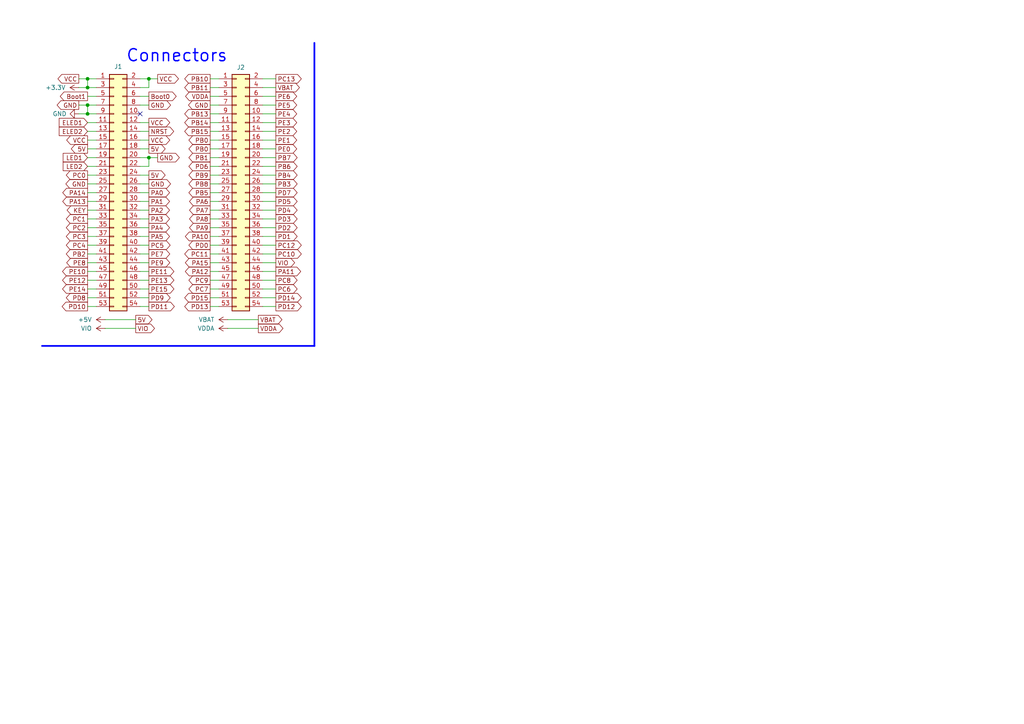
<source format=kicad_sch>
(kicad_sch (version 20250114) (generator "eeschema") (generator_version "9.0")
  (paper "A4")
  (title_block (comment 1 "Manuel Alejandro Baez Ponce"))
  (lib_symbols
    (symbol "Connector_Generic:Conn_02x27_Odd_Even" (pin_names (offset 1.016) (hide yes))
      (property "Reference" "J" (at 1.27 35.56 0))
      (property "Value" "Conn_02x27_Odd_Even" (at 1.27 -35.56 0))
      (symbol "Conn_02x27_Odd_Even_1_1"
        (rectangle (start -1.27 34.29) (end 3.81 -34.29) (stroke (width 0.254)) (fill (type background)))
        (rectangle (start -1.27 33.147) (end 0 32.893) (stroke (width 0.1524)))
        (rectangle (start -1.27 30.607) (end 0 30.353) (stroke (width 0.1524)))
        (rectangle (start -1.27 28.067) (end 0 27.813) (stroke (width 0.1524)))
        (rectangle (start -1.27 25.527) (end 0 25.273) (stroke (width 0.1524)))
        (rectangle (start -1.27 22.987) (end 0 22.733) (stroke (width 0.1524)))
        (rectangle (start -1.27 20.447) (end 0 20.193) (stroke (width 0.1524)))
        (rectangle (start -1.27 17.907) (end 0 17.653) (stroke (width 0.1524)))
        (rectangle (start -1.27 15.367) (end 0 15.113) (stroke (width 0.1524)))
        (rectangle (start -1.27 12.827) (end 0 12.573) (stroke (width 0.1524)))
        (rectangle (start -1.27 10.287) (end 0 10.033) (stroke (width 0.1524)))
        (rectangle (start -1.27 7.747) (end 0 7.493) (stroke (width 0.1524)))
        (rectangle (start -1.27 5.207) (end 0 4.953) (stroke (width 0.1524)))
        (rectangle (start -1.27 2.667) (end 0 2.413) (stroke (width 0.1524)))
        (rectangle (start -1.27 0.127) (end 0 -0.127) (stroke (width 0.1524)))
        (rectangle (start -1.27 -2.413) (end 0 -2.667) (stroke (width 0.1524)))
        (rectangle (start -1.27 -4.953) (end 0 -5.207) (stroke (width 0.1524)))
        (rectangle (start -1.27 -7.493) (end 0 -7.747) (stroke (width 0.1524)))
        (rectangle (start -1.27 -10.033) (end 0 -10.287) (stroke (width 0.1524)))
        (rectangle (start -1.27 -12.573) (end 0 -12.827) (stroke (width 0.1524)))
        (rectangle (start -1.27 -15.113) (end 0 -15.367) (stroke (width 0.1524)))
        (rectangle (start -1.27 -17.653) (end 0 -17.907) (stroke (width 0.1524)))
        (rectangle (start -1.27 -20.193) (end 0 -20.447) (stroke (width 0.1524)))
        (rectangle (start -1.27 -22.733) (end 0 -22.987) (stroke (width 0.1524)))
        (rectangle (start -1.27 -25.273) (end 0 -25.527) (stroke (width 0.1524)))
        (rectangle (start -1.27 -27.813) (end 0 -28.067) (stroke (width 0.1524)))
        (rectangle (start -1.27 -30.353) (end 0 -30.607) (stroke (width 0.1524)))
        (rectangle (start -1.27 -32.893) (end 0 -33.147) (stroke (width 0.1524)))
        (rectangle (start 3.81 33.147) (end 2.54 32.893) (stroke (width 0.1524)))
        (rectangle (start 3.81 30.607) (end 2.54 30.353) (stroke (width 0.1524)))
        (rectangle (start 3.81 28.067) (end 2.54 27.813) (stroke (width 0.1524)))
        (rectangle (start 3.81 25.527) (end 2.54 25.273) (stroke (width 0.1524)))
        (rectangle (start 3.81 22.987) (end 2.54 22.733) (stroke (width 0.1524)))
        (rectangle (start 3.81 20.447) (end 2.54 20.193) (stroke (width 0.1524)))
        (rectangle (start 3.81 17.907) (end 2.54 17.653) (stroke (width 0.1524)))
        (rectangle (start 3.81 15.367) (end 2.54 15.113) (stroke (width 0.1524)))
        (rectangle (start 3.81 12.827) (end 2.54 12.573) (stroke (width 0.1524)))
        (rectangle (start 3.81 10.287) (end 2.54 10.033) (stroke (width 0.1524)))
        (rectangle (start 3.81 7.747) (end 2.54 7.493) (stroke (width 0.1524)))
        (rectangle (start 3.81 5.207) (end 2.54 4.953) (stroke (width 0.1524)))
        (rectangle (start 3.81 2.667) (end 2.54 2.413) (stroke (width 0.1524)))
        (rectangle (start 3.81 0.127) (end 2.54 -0.127) (stroke (width 0.1524)))
        (rectangle (start 3.81 -2.413) (end 2.54 -2.667) (stroke (width 0.1524)))
        (rectangle (start 3.81 -4.953) (end 2.54 -5.207) (stroke (width 0.1524)))
        (rectangle (start 3.81 -7.493) (end 2.54 -7.747) (stroke (width 0.1524)))
        (rectangle (start 3.81 -10.033) (end 2.54 -10.287) (stroke (width 0.1524)))
        (rectangle (start 3.81 -12.573) (end 2.54 -12.827) (stroke (width 0.1524)))
        (rectangle (start 3.81 -15.113) (end 2.54 -15.367) (stroke (width 0.1524)))
        (rectangle (start 3.81 -17.653) (end 2.54 -17.907) (stroke (width 0.1524)))
        (rectangle (start 3.81 -20.193) (end 2.54 -20.447) (stroke (width 0.1524)))
        (rectangle (start 3.81 -22.733) (end 2.54 -22.987) (stroke (width 0.1524)))
        (rectangle (start 3.81 -25.273) (end 2.54 -25.527) (stroke (width 0.1524)))
        (rectangle (start 3.81 -27.813) (end 2.54 -28.067) (stroke (width 0.1524)))
        (rectangle (start 3.81 -30.353) (end 2.54 -30.607) (stroke (width 0.1524)))
        (rectangle (start 3.81 -32.893) (end 2.54 -33.147) (stroke (width 0.1524)))
        (pin passive line (at -5.08 33.02 0) (length 3.81) (name "Pin_1") (number "1"))
        (pin passive line (at -5.08 30.48 0) (length 3.81) (name "Pin_3") (number "3"))
        (pin passive line (at -5.08 27.94 0) (length 3.81) (name "Pin_5") (number "5"))
        (pin passive line (at -5.08 25.4 0) (length 3.81) (name "Pin_7") (number "7"))
        (pin passive line (at -5.08 22.86 0) (length 3.81) (name "Pin_9") (number "9"))
        (pin passive line (at -5.08 20.32 0) (length 3.81) (name "Pin_11") (number "11"))
        (pin passive line (at -5.08 17.78 0) (length 3.81) (name "Pin_13") (number "13"))
        (pin passive line (at -5.08 15.24 0) (length 3.81) (name "Pin_15") (number "15"))
        (pin passive line (at -5.08 12.7 0) (length 3.81) (name "Pin_17") (number "17"))
        (pin passive line (at -5.08 10.16 0) (length 3.81) (name "Pin_19") (number "19"))
        (pin passive line (at -5.08 7.62 0) (length 3.81) (name "Pin_21") (number "21"))
        (pin passive line (at -5.08 5.08 0) (length 3.81) (name "Pin_23") (number "23"))
        (pin passive line (at -5.08 2.54 0) (length 3.81) (name "Pin_25") (number "25"))
        (pin passive line (at -5.08 0 0) (length 3.81) (name "Pin_27") (number "27"))
        (pin passive line (at -5.08 -2.54 0) (length 3.81) (name "Pin_29") (number "29"))
        (pin passive line (at -5.08 -5.08 0) (length 3.81) (name "Pin_31") (number "31"))
        (pin passive line (at -5.08 -7.62 0) (length 3.81) (name "Pin_33") (number "33"))
        (pin passive line (at -5.08 -10.16 0) (length 3.81) (name "Pin_35") (number "35"))
        (pin passive line (at -5.08 -12.7 0) (length 3.81) (name "Pin_37") (number "37"))
        (pin passive line (at -5.08 -15.24 0) (length 3.81) (name "Pin_39") (number "39"))
        (pin passive line (at -5.08 -17.78 0) (length 3.81) (name "Pin_41") (number "41"))
        (pin passive line (at -5.08 -20.32 0) (length 3.81) (name "Pin_43") (number "43"))
        (pin passive line (at -5.08 -22.86 0) (length 3.81) (name "Pin_45") (number "45"))
        (pin passive line (at -5.08 -25.4 0) (length 3.81) (name "Pin_47") (number "47"))
        (pin passive line (at -5.08 -27.94 0) (length 3.81) (name "Pin_49") (number "49"))
        (pin passive line (at -5.08 -30.48 0) (length 3.81) (name "Pin_51") (number "51"))
        (pin passive line (at -5.08 -33.02 0) (length 3.81) (name "Pin_53") (number "53"))
        (pin passive line (at 7.62 33.02 180) (length 3.81) (name "Pin_2") (number "2"))
        (pin passive line (at 7.62 30.48 180) (length 3.81) (name "Pin_4") (number "4"))
        (pin passive line (at 7.62 27.94 180) (length 3.81) (name "Pin_6") (number "6"))
        (pin passive line (at 7.62 25.4 180) (length 3.81) (name "Pin_8") (number "8"))
        (pin passive line (at 7.62 22.86 180) (length 3.81) (name "Pin_10") (number "10"))
        (pin passive line (at 7.62 20.32 180) (length 3.81) (name "Pin_12") (number "12"))
        (pin passive line (at 7.62 17.78 180) (length 3.81) (name "Pin_14") (number "14"))
        (pin passive line (at 7.62 15.24 180) (length 3.81) (name "Pin_16") (number "16"))
        (pin passive line (at 7.62 12.7 180) (length 3.81) (name "Pin_18") (number "18"))
        (pin passive line (at 7.62 10.16 180) (length 3.81) (name "Pin_20") (number "20"))
        (pin passive line (at 7.62 7.62 180) (length 3.81) (name "Pin_22") (number "22"))
        (pin passive line (at 7.62 5.08 180) (length 3.81) (name "Pin_24") (number "24"))
        (pin passive line (at 7.62 2.54 180) (length 3.81) (name "Pin_26") (number "26"))
        (pin passive line (at 7.62 0 180) (length 3.81) (name "Pin_28") (number "28"))
        (pin passive line (at 7.62 -2.54 180) (length 3.81) (name "Pin_30") (number "30"))
        (pin passive line (at 7.62 -5.08 180) (length 3.81) (name "Pin_32") (number "32"))
        (pin passive line (at 7.62 -7.62 180) (length 3.81) (name "Pin_34") (number "34"))
        (pin passive line (at 7.62 -10.16 180) (length 3.81) (name "Pin_36") (number "36"))
        (pin passive line (at 7.62 -12.7 180) (length 3.81) (name "Pin_38") (number "38"))
        (pin passive line (at 7.62 -15.24 180) (length 3.81) (name "Pin_40") (number "40"))
        (pin passive line (at 7.62 -17.78 180) (length 3.81) (name "Pin_42") (number "42"))
        (pin passive line (at 7.62 -20.32 180) (length 3.81) (name "Pin_44") (number "44"))
        (pin passive line (at 7.62 -22.86 180) (length 3.81) (name "Pin_46") (number "46"))
        (pin passive line (at 7.62 -25.4 180) (length 3.81) (name "Pin_48") (number "48"))
        (pin passive line (at 7.62 -27.94 180) (length 3.81) (name "Pin_50") (number "50"))
        (pin passive line (at 7.62 -30.48 180) (length 3.81) (name "Pin_52") (number "52"))
        (pin passive line (at 7.62 -33.02 180) (length 3.81) (name "Pin_54") (number "54"))
      )
    )
    (symbol "power:+3.3V" (power) (pin_numbers (hide yes)) (pin_names (offset 0) (hide yes))
      (property "Value" "+3.3V" (at 0 3.556 0))
      (symbol "+3.3V_0_1"
        (polyline (pts (xy -0.762 1.27) (xy 0 2.54)))
        (polyline (pts (xy 0 2.54) (xy 0.762 1.27)))
        (polyline (pts (xy 0 0) (xy 0 2.54)))
      )
      (symbol "+3.3V_1_1"
        (pin power_in line (at 0 0 90) (length 0) (name "~") (number "1"))
      )
    )
    (symbol "power:+5V" (power) (pin_numbers (hide yes)) (pin_names (offset 0) (hide yes))
      (property "Value" "+5V" (at 0 3.556 0))
      (symbol "+5V_0_1"
        (polyline (pts (xy -0.762 1.27) (xy 0 2.54)))
        (polyline (pts (xy 0 2.54) (xy 0.762 1.27)))
        (polyline (pts (xy 0 0) (xy 0 2.54)))
      )
      (symbol "+5V_1_1"
        (pin power_in line (at 0 0 90) (length 0) (name "~") (number "1"))
      )
    )
    (symbol "power:GND" (power) (pin_names (offset 0))
      (property "Value" "GND" (at 0 -3.81 0))
      (symbol "GND_0_1"
        (polyline (pts (xy 0 0) (xy 0 -1.27) (xy 1.27 -1.27) (xy 0 -2.54) (xy -1.27 -1.27) (xy 0 -1.27)))
      )
      (symbol "GND_1_1"
        (pin power_in line (at 0 0 270) (length 0) (hide yes) (name "GND") (number "1"))
      )
    )
    (symbol "power:VDDA" (power) (pin_numbers (hide yes)) (pin_names (offset 0) (hide yes))
      (property "Value" "VDDA" (at 0 3.556 0))
      (symbol "VDDA_0_1"
        (polyline (pts (xy -0.762 1.27) (xy 0 2.54)))
        (polyline (pts (xy 0 2.54) (xy 0.762 1.27)))
        (polyline (pts (xy 0 0) (xy 0 2.54)))
      )
      (symbol "VDDA_1_1"
        (pin power_in line (at 0 0 90) (length 0) (name "~") (number "1"))
      )
    )
  )
  (text "Connectors" (at 51.308 16.256 0) (effects (font (size 3.5 3.5) (thickness 0.4) (bold yes))))
  (junction (at 25.4 30.48))
  (junction (at 43.18 22.86))
  (junction (at 25.4 33.02))
  (junction (at 43.18 45.72))
  (junction (at 25.4 22.86))
  (junction (at 25.4 25.4))
  (no_connect (at 40.64 33.02))
  (wire (pts (xy 76.2 55.88) (xy 80.01 55.88)))
  (wire (pts (xy 76.2 60.96) (xy 80.01 60.96)))
  (wire (pts (xy 76.2 35.56) (xy 80.01 35.56)))
  (wire (pts (xy 25.4 35.56) (xy 27.94 35.56)))
  (wire (pts (xy 25.4 88.9) (xy 27.94 88.9)))
  (wire (pts (xy 60.96 27.94) (xy 63.5 27.94)))
  (wire (pts (xy 60.96 63.5) (xy 63.5 63.5)))
  (wire (pts (xy 60.96 40.64) (xy 63.5 40.64)))
  (wire (pts (xy 40.64 40.64) (xy 43.18 40.64)))
  (wire (pts (xy 60.96 60.96) (xy 63.5 60.96)))
  (wire (pts (xy 25.4 66.04) (xy 27.94 66.04)))
  (wire (pts (xy 76.2 22.86) (xy 80.01 22.86)))
  (wire (pts (xy 25.4 55.88) (xy 27.94 55.88)))
  (wire (pts (xy 76.2 83.82) (xy 80.01 83.82)))
  (wire (pts (xy 25.4 22.86) (xy 25.4 25.4)))
  (wire (pts (xy 25.4 63.5) (xy 27.94 63.5)))
  (wire (pts (xy 60.96 76.2) (xy 63.5 76.2)))
  (wire (pts (xy 40.64 43.18) (xy 43.18 43.18)))
  (wire (pts (xy 76.2 33.02) (xy 80.01 33.02)))
  (wire (pts (xy 60.96 83.82) (xy 63.5 83.82)))
  (wire (pts (xy 43.18 48.26) (xy 43.18 45.72)))
  (wire (pts (xy 66.04 92.71) (xy 74.93 92.71)))
  (wire (pts (xy 60.96 58.42) (xy 63.5 58.42)))
  (wire (pts (xy 25.4 73.66) (xy 27.94 73.66)))
  (wire (pts (xy 40.64 88.9) (xy 43.18 88.9)))
  (wire (pts (xy 60.96 86.36) (xy 63.5 86.36)))
  (wire (pts (xy 40.64 27.94) (xy 43.18 27.94)))
  (wire (pts (xy 60.96 66.04) (xy 63.5 66.04)))
  (wire (pts (xy 25.4 76.2) (xy 27.94 76.2)))
  (wire (pts (xy 25.4 58.42) (xy 27.94 58.42)))
  (wire (pts (xy 30.48 95.25) (xy 39.37 95.25)))
  (wire (pts (xy 43.18 22.86) (xy 45.72 22.86)))
  (wire (pts (xy 43.18 25.4) (xy 43.18 22.86)))
  (wire (pts (xy 25.4 71.12) (xy 27.94 71.12)))
  (wire (pts (xy 40.64 35.56) (xy 43.18 35.56)))
  (wire (pts (xy 76.2 88.9) (xy 80.01 88.9)))
  (wire (pts (xy 25.4 22.86) (xy 27.94 22.86)))
  (wire (pts (xy 60.96 88.9) (xy 63.5 88.9)))
  (wire (pts (xy 76.2 86.36) (xy 80.01 86.36)))
  (polyline (pts (xy 91.186 12.446) (xy 91.186 100.33)) (stroke (width 0.5) (type solid) (color 0 0 255 1)))
  (wire (pts (xy 76.2 63.5) (xy 80.01 63.5)))
  (wire (pts (xy 25.4 86.36) (xy 27.94 86.36)))
  (wire (pts (xy 40.64 22.86) (xy 43.18 22.86)))
  (wire (pts (xy 60.96 78.74) (xy 63.5 78.74)))
  (wire (pts (xy 76.2 68.58) (xy 80.01 68.58)))
  (wire (pts (xy 40.64 86.36) (xy 43.18 86.36)))
  (wire (pts (xy 60.96 50.8) (xy 63.5 50.8)))
  (wire (pts (xy 25.4 53.34) (xy 27.94 53.34)))
  (wire (pts (xy 60.96 38.1) (xy 63.5 38.1)))
  (wire (pts (xy 76.2 38.1) (xy 80.01 38.1)))
  (wire (pts (xy 60.96 25.4) (xy 63.5 25.4)))
  (wire (pts (xy 76.2 30.48) (xy 80.01 30.48)))
  (wire (pts (xy 76.2 58.42) (xy 80.01 58.42)))
  (wire (pts (xy 60.96 55.88) (xy 63.5 55.88)))
  (wire (pts (xy 30.48 92.71) (xy 39.37 92.71)))
  (wire (pts (xy 40.64 71.12) (xy 43.18 71.12)))
  (wire (pts (xy 76.2 45.72) (xy 80.01 45.72)))
  (wire (pts (xy 25.4 30.48) (xy 27.94 30.48)))
  (wire (pts (xy 76.2 71.12) (xy 80.01 71.12)))
  (wire (pts (xy 25.4 83.82) (xy 27.94 83.82)))
  (wire (pts (xy 40.64 30.48) (xy 43.18 30.48)))
  (wire (pts (xy 60.96 68.58) (xy 63.5 68.58)))
  (wire (pts (xy 25.4 81.28) (xy 27.94 81.28)))
  (wire (pts (xy 25.4 78.74) (xy 27.94 78.74)))
  (wire (pts (xy 43.18 45.72) (xy 45.72 45.72)))
  (wire (pts (xy 60.96 81.28) (xy 63.5 81.28)))
  (wire (pts (xy 22.86 25.4) (xy 25.4 25.4)))
  (wire (pts (xy 25.4 40.64) (xy 27.94 40.64)))
  (wire (pts (xy 22.86 33.02) (xy 25.4 33.02)))
  (wire (pts (xy 40.64 50.8) (xy 43.18 50.8)))
  (wire (pts (xy 60.96 45.72) (xy 63.5 45.72)))
  (wire (pts (xy 60.96 73.66) (xy 63.5 73.66)))
  (wire (pts (xy 76.2 25.4) (xy 80.01 25.4)))
  (wire (pts (xy 76.2 50.8) (xy 80.01 50.8)))
  (wire (pts (xy 66.04 95.25) (xy 74.93 95.25)))
  (wire (pts (xy 76.2 73.66) (xy 80.01 73.66)))
  (wire (pts (xy 25.4 38.1) (xy 27.94 38.1)))
  (wire (pts (xy 60.96 30.48) (xy 63.5 30.48)))
  (wire (pts (xy 40.64 55.88) (xy 43.18 55.88)))
  (wire (pts (xy 40.64 45.72) (xy 43.18 45.72)))
  (wire (pts (xy 76.2 43.18) (xy 80.01 43.18)))
  (wire (pts (xy 60.96 33.02) (xy 63.5 33.02)))
  (wire (pts (xy 40.64 38.1) (xy 43.18 38.1)))
  (wire (pts (xy 40.64 68.58) (xy 43.18 68.58)))
  (wire (pts (xy 27.94 25.4) (xy 25.4 25.4)))
  (wire (pts (xy 40.64 78.74) (xy 43.18 78.74)))
  (wire (pts (xy 76.2 53.34) (xy 80.01 53.34)))
  (wire (pts (xy 25.4 48.26) (xy 27.94 48.26)))
  (wire (pts (xy 25.4 27.94) (xy 27.94 27.94)))
  (wire (pts (xy 76.2 76.2) (xy 80.01 76.2)))
  (wire (pts (xy 40.64 58.42) (xy 43.18 58.42)))
  (wire (pts (xy 40.64 48.26) (xy 43.18 48.26)))
  (wire (pts (xy 76.2 27.94) (xy 80.01 27.94)))
  (wire (pts (xy 25.4 68.58) (xy 27.94 68.58)))
  (wire (pts (xy 25.4 45.72) (xy 27.94 45.72)))
  (wire (pts (xy 76.2 78.74) (xy 80.01 78.74)))
  (wire (pts (xy 40.64 73.66) (xy 43.18 73.66)))
  (wire (pts (xy 40.64 66.04) (xy 43.18 66.04)))
  (wire (pts (xy 25.4 43.18) (xy 27.94 43.18)))
  (wire (pts (xy 40.64 81.28) (xy 43.18 81.28)))
  (wire (pts (xy 22.86 22.86) (xy 25.4 22.86)))
  (wire (pts (xy 60.96 22.86) (xy 63.5 22.86)))
  (wire (pts (xy 60.96 48.26) (xy 63.5 48.26)))
  (wire (pts (xy 60.96 35.56) (xy 63.5 35.56)))
  (wire (pts (xy 60.96 53.34) (xy 63.5 53.34)))
  (wire (pts (xy 40.64 60.96) (xy 43.18 60.96)))
  (wire (pts (xy 27.94 33.02) (xy 25.4 33.02)))
  (wire (pts (xy 40.64 53.34) (xy 43.18 53.34)))
  (wire (pts (xy 40.64 25.4) (xy 43.18 25.4)))
  (wire (pts (xy 40.64 63.5) (xy 43.18 63.5)))
  (wire (pts (xy 76.2 40.64) (xy 80.01 40.64)))
  (polyline (pts (xy 91.186 100.33) (xy 12.192 100.33)) (stroke (width 0.5) (type solid) (color 0 0 255 1)))
  (wire (pts (xy 76.2 81.28) (xy 80.01 81.28)))
  (wire (pts (xy 60.96 71.12) (xy 63.5 71.12)))
  (wire (pts (xy 40.64 76.2) (xy 43.18 76.2)))
  (wire (pts (xy 76.2 48.26) (xy 80.01 48.26)))
  (wire (pts (xy 22.86 30.48) (xy 25.4 30.48)))
  (wire (pts (xy 76.2 66.04) (xy 80.01 66.04)))
  (wire (pts (xy 40.64 83.82) (xy 43.18 83.82)))
  (wire (pts (xy 25.4 33.02) (xy 25.4 30.48)))
  (wire (pts (xy 25.4 50.8) (xy 27.94 50.8)))
  (wire (pts (xy 25.4 60.96) (xy 27.94 60.96)))
  (wire (pts (xy 60.96 43.18) (xy 63.5 43.18)))
  (global_label "VCC" (shape output) (at 43.18 40.64 0) (property "Intersheetrefs" "${INTERSHEET_REFS}" (effects (hide yes))))
  (global_label "PA8" (shape output) (at 60.96 63.5 180) (property "Intersheetrefs" "${INTERSHEET_REFS}" (effects (hide yes))))
  (global_label "PD0" (shape output) (at 60.96 71.12 180) (property "Intersheetrefs" "${INTERSHEET_REFS}" (effects (hide yes))))
  (global_label "VCC" (shape output) (at 25.4 40.64 180) (property "Intersheetrefs" "${INTERSHEET_REFS}" (effects (hide yes))))
  (global_label "PE15" (shape output) (at 43.18 83.82 0) (property "Intersheetrefs" "${INTERSHEET_REFS}" (effects (hide yes))))
  (global_label "PD4" (shape output) (at 80.01 60.96 0) (property "Intersheetrefs" "${INTERSHEET_REFS}" (effects (hide yes))))
  (global_label "5V" (shape output) (at 39.37 92.71 0) (property "Intersheetrefs" "${INTERSHEET_REFS}" (effects (hide yes))))
  (global_label "LED2" (shape input) (at 25.4 48.26 180) (property "Intersheetrefs" "${INTERSHEET_REFS}" (effects (hide yes))))
  (global_label "PB0" (shape output) (at 60.96 40.64 180) (property "Intersheetrefs" "${INTERSHEET_REFS}" (effects (hide yes))))
  (global_label "PB7" (shape output) (at 80.01 45.72 0) (property "Intersheetrefs" "${INTERSHEET_REFS}" (effects (hide yes))))
  (global_label "KEY" (shape output) (at 25.4 60.96 180) (property "Intersheetrefs" "${INTERSHEET_REFS}" (effects (hide yes))))
  (global_label "PE5" (shape output) (at 80.01 30.48 0) (property "Intersheetrefs" "${INTERSHEET_REFS}" (effects (hide yes))))
  (global_label "PA14" (shape output) (at 25.4 55.88 180) (property "Intersheetrefs" "${INTERSHEET_REFS}" (effects (hide yes))))
  (global_label "PB3" (shape output) (at 80.01 53.34 0) (property "Intersheetrefs" "${INTERSHEET_REFS}" (effects (hide yes))))
  (global_label "PB14" (shape output) (at 60.96 35.56 180) (property "Intersheetrefs" "${INTERSHEET_REFS}" (effects (hide yes))))
  (global_label "PB8" (shape output) (at 60.96 53.34 180) (property "Intersheetrefs" "${INTERSHEET_REFS}" (effects (hide yes))))
  (global_label "PA11" (shape output) (at 80.01 78.74 0) (property "Intersheetrefs" "${INTERSHEET_REFS}" (effects (hide yes))))
  (global_label "PA3" (shape output) (at 43.18 63.5 0) (property "Intersheetrefs" "${INTERSHEET_REFS}" (effects (hide yes))))
  (global_label "PB2" (shape output) (at 25.4 73.66 180) (property "Intersheetrefs" "${INTERSHEET_REFS}" (effects (hide yes))))
  (global_label "PE13" (shape output) (at 43.18 81.28 0) (property "Intersheetrefs" "${INTERSHEET_REFS}" (effects (hide yes))))
  (global_label "PC8" (shape output) (at 80.01 81.28 0) (property "Intersheetrefs" "${INTERSHEET_REFS}" (effects (hide yes))))
  (global_label "PB5" (shape output) (at 60.96 55.88 180) (property "Intersheetrefs" "${INTERSHEET_REFS}" (effects (hide yes))))
  (global_label "PE2" (shape output) (at 80.01 38.1 0) (property "Intersheetrefs" "${INTERSHEET_REFS}" (effects (hide yes))))
  (global_label "PE11" (shape output) (at 43.18 78.74 0) (property "Intersheetrefs" "${INTERSHEET_REFS}" (effects (hide yes))))
  (global_label "PE7" (shape output) (at 43.18 73.66 0) (property "Intersheetrefs" "${INTERSHEET_REFS}" (effects (hide yes))))
  (global_label "PA15" (shape output) (at 60.96 76.2 180) (property "Intersheetrefs" "${INTERSHEET_REFS}" (effects (hide yes))))
  (global_label "PC6" (shape output) (at 80.01 83.82 0) (property "Intersheetrefs" "${INTERSHEET_REFS}" (effects (hide yes))))
  (global_label "PC13" (shape output) (at 80.01 22.86 0) (property "Intersheetrefs" "${INTERSHEET_REFS}" (effects (hide yes))))
  (global_label "PC9" (shape output) (at 60.96 81.28 180) (property "Intersheetrefs" "${INTERSHEET_REFS}" (effects (hide yes))))
  (global_label "PD10" (shape output) (at 25.4 88.9 180) (property "Intersheetrefs" "${INTERSHEET_REFS}" (effects (hide yes))))
  (global_label "PD6" (shape output) (at 60.96 48.26 180) (property "Intersheetrefs" "${INTERSHEET_REFS}" (effects (hide yes))))
  (global_label "VCC" (shape output) (at 45.72 22.86 0) (property "Intersheetrefs" "${INTERSHEET_REFS}" (effects (hide yes))))
  (global_label "PB9" (shape output) (at 60.96 50.8 180) (property "Intersheetrefs" "${INTERSHEET_REFS}" (effects (hide yes))))
  (global_label "PC1" (shape output) (at 25.4 63.5 180) (property "Intersheetrefs" "${INTERSHEET_REFS}" (effects (hide yes))))
  (global_label "PE9" (shape output) (at 43.18 76.2 0) (property "Intersheetrefs" "${INTERSHEET_REFS}" (effects (hide yes))))
  (global_label "PB10" (shape output) (at 60.96 22.86 180) (property "Intersheetrefs" "${INTERSHEET_REFS}" (effects (hide yes))))
  (global_label "VDDA" (shape output) (at 60.96 27.94 180) (property "Intersheetrefs" "${INTERSHEET_REFS}" (effects (hide yes))))
  (global_label "PD7" (shape output) (at 80.01 55.88 0) (property "Intersheetrefs" "${INTERSHEET_REFS}" (effects (hide yes))))
  (global_label "PD11" (shape output) (at 43.18 88.9 0) (property "Intersheetrefs" "${INTERSHEET_REFS}" (effects (hide yes))))
  (global_label "VDDA" (shape output) (at 74.93 95.25 0) (property "Intersheetrefs" "${INTERSHEET_REFS}" (effects (hide yes))))
  (global_label "PC0" (shape output) (at 25.4 50.8 180) (property "Intersheetrefs" "${INTERSHEET_REFS}" (effects (hide yes))))
  (global_label "PC12" (shape output) (at 80.01 71.12 0) (property "Intersheetrefs" "${INTERSHEET_REFS}" (effects (hide yes))))
  (global_label "PD8" (shape output) (at 25.4 86.36 180) (property "Intersheetrefs" "${INTERSHEET_REFS}" (effects (hide yes))))
  (global_label "PC11" (shape output) (at 60.96 73.66 180) (property "Intersheetrefs" "${INTERSHEET_REFS}" (effects (hide yes))))
  (global_label "PE6" (shape output) (at 80.01 27.94 0) (property "Intersheetrefs" "${INTERSHEET_REFS}" (effects (hide yes))))
  (global_label "5V" (shape output) (at 43.18 43.18 0) (property "Intersheetrefs" "${INTERSHEET_REFS}" (effects (hide yes))))
  (global_label "PB0" (shape output) (at 60.96 43.18 180) (property "Intersheetrefs" "${INTERSHEET_REFS}" (effects (hide yes))))
  (global_label "PC7" (shape output) (at 60.96 83.82 180) (property "Intersheetrefs" "${INTERSHEET_REFS}" (effects (hide yes))))
  (global_label "PA5" (shape output) (at 43.18 68.58 0) (property "Intersheetrefs" "${INTERSHEET_REFS}" (effects (hide yes))))
  (global_label "5V" (shape output) (at 43.18 50.8 0) (property "Intersheetrefs" "${INTERSHEET_REFS}" (effects (hide yes))))
  (global_label "PD15" (shape output) (at 60.96 86.36 180) (property "Intersheetrefs" "${INTERSHEET_REFS}" (effects (hide yes))))
  (global_label "NRST" (shape output) (at 43.18 38.1 0) (property "Intersheetrefs" "${INTERSHEET_REFS}" (effects (hide yes))))
  (global_label "PC5" (shape output) (at 43.18 71.12 0) (property "Intersheetrefs" "${INTERSHEET_REFS}" (effects (hide yes))))
  (global_label "PE12" (shape output) (at 25.4 81.28 180) (property "Intersheetrefs" "${INTERSHEET_REFS}" (effects (hide yes))))
  (global_label "PD3" (shape output) (at 80.01 63.5 0) (property "Intersheetrefs" "${INTERSHEET_REFS}" (effects (hide yes))))
  (global_label "GND" (shape output) (at 25.4 53.34 180) (property "Intersheetrefs" "${INTERSHEET_REFS}" (effects (hide yes))))
  (global_label "Boot1" (shape output) (at 25.4 27.94 180) (property "Intersheetrefs" "${INTERSHEET_REFS}" (effects (hide yes))))
  (global_label "PD12" (shape output) (at 80.01 88.9 0) (property "Intersheetrefs" "${INTERSHEET_REFS}" (effects (hide yes))))
  (global_label "ELED1" (shape input) (at 25.4 35.56 180) (property "Intersheetrefs" "${INTERSHEET_REFS}" (effects (hide yes))))
  (global_label "VCC" (shape output) (at 22.86 22.86 180) (property "Intersheetrefs" "${INTERSHEET_REFS}" (effects (hide yes))))
  (global_label "PA10" (shape output) (at 60.96 68.58 180) (property "Intersheetrefs" "${INTERSHEET_REFS}" (effects (hide yes))))
  (global_label "GND" (shape output) (at 43.18 53.34 0) (property "Intersheetrefs" "${INTERSHEET_REFS}" (effects (hide yes))))
  (global_label "PA1" (shape output) (at 43.18 58.42 0) (property "Intersheetrefs" "${INTERSHEET_REFS}" (effects (hide yes))))
  (global_label "VIO" (shape output) (at 39.37 95.25 0) (property "Intersheetrefs" "${INTERSHEET_REFS}" (effects (hide yes))))
  (global_label "PC3" (shape output) (at 25.4 68.58 180) (property "Intersheetrefs" "${INTERSHEET_REFS}" (effects (hide yes))))
  (global_label "PE10" (shape output) (at 25.4 78.74 180) (property "Intersheetrefs" "${INTERSHEET_REFS}" (effects (hide yes))))
  (global_label "VBAT" (shape output) (at 80.01 25.4 0) (property "Intersheetrefs" "${INTERSHEET_REFS}" (effects (hide yes))))
  (global_label "VIO" (shape output) (at 80.01 76.2 0) (property "Intersheetrefs" "${INTERSHEET_REFS}" (effects (hide yes))))
  (global_label "PE0" (shape output) (at 80.01 43.18 0) (property "Intersheetrefs" "${INTERSHEET_REFS}" (effects (hide yes))))
  (global_label "PE14" (shape output) (at 25.4 83.82 180) (property "Intersheetrefs" "${INTERSHEET_REFS}" (effects (hide yes))))
  (global_label "PC2" (shape output) (at 25.4 66.04 180) (property "Intersheetrefs" "${INTERSHEET_REFS}" (effects (hide yes))))
  (global_label "PD9" (shape output) (at 43.18 86.36 0) (property "Intersheetrefs" "${INTERSHEET_REFS}" (effects (hide yes))))
  (global_label "GND" (shape output) (at 22.86 30.48 180) (property "Intersheetrefs" "${INTERSHEET_REFS}" (effects (hide yes))))
  (global_label "PB13" (shape output) (at 60.96 33.02 180) (property "Intersheetrefs" "${INTERSHEET_REFS}" (effects (hide yes))))
  (global_label "PA13" (shape output) (at 25.4 58.42 180) (property "Intersheetrefs" "${INTERSHEET_REFS}" (effects (hide yes))))
  (global_label "GND" (shape output) (at 43.18 30.48 0) (property "Intersheetrefs" "${INTERSHEET_REFS}" (effects (hide yes))))
  (global_label "PB1" (shape output) (at 60.96 45.72 180) (property "Intersheetrefs" "${INTERSHEET_REFS}" (effects (hide yes))))
  (global_label "PC10" (shape output) (at 80.01 73.66 0) (property "Intersheetrefs" "${INTERSHEET_REFS}" (effects (hide yes))))
  (global_label "PA0" (shape output) (at 43.18 55.88 0) (property "Intersheetrefs" "${INTERSHEET_REFS}" (effects (hide yes))))
  (global_label "PE4" (shape output) (at 80.01 33.02 0) (property "Intersheetrefs" "${INTERSHEET_REFS}" (effects (hide yes))))
  (global_label "PA6" (shape output) (at 60.96 58.42 180) (property "Intersheetrefs" "${INTERSHEET_REFS}" (effects (hide yes))))
  (global_label "PD1" (shape output) (at 80.01 68.58 0) (property "Intersheetrefs" "${INTERSHEET_REFS}" (effects (hide yes))))
  (global_label "PB15" (shape output) (at 60.96 38.1 180) (property "Intersheetrefs" "${INTERSHEET_REFS}" (effects (hide yes))))
  (global_label "GND" (shape output) (at 60.96 30.48 180) (property "Intersheetrefs" "${INTERSHEET_REFS}" (effects (hide yes))))
  (global_label "PA2" (shape output) (at 43.18 60.96 0) (property "Intersheetrefs" "${INTERSHEET_REFS}" (effects (hide yes))))
  (global_label "ELED2" (shape input) (at 25.4 38.1 180) (property "Intersheetrefs" "${INTERSHEET_REFS}" (effects (hide yes))))
  (global_label "PA9" (shape output) (at 60.96 66.04 180) (property "Intersheetrefs" "${INTERSHEET_REFS}" (effects (hide yes))))
  (global_label "PB4" (shape output) (at 80.01 50.8 0) (property "Intersheetrefs" "${INTERSHEET_REFS}" (effects (hide yes))))
  (global_label "PA7" (shape output) (at 60.96 60.96 180) (property "Intersheetrefs" "${INTERSHEET_REFS}" (effects (hide yes))))
  (global_label "VBAT" (shape output) (at 74.93 92.71 0) (property "Intersheetrefs" "${INTERSHEET_REFS}" (effects (hide yes))))
  (global_label "PA12" (shape output) (at 60.96 78.74 180) (property "Intersheetrefs" "${INTERSHEET_REFS}" (effects (hide yes))))
  (global_label "LED1" (shape input) (at 25.4 45.72 180) (property "Intersheetrefs" "${INTERSHEET_REFS}" (effects (hide yes))))
  (global_label "PE1" (shape output) (at 80.01 40.64 0) (property "Intersheetrefs" "${INTERSHEET_REFS}" (effects (hide yes))))
  (global_label "Boot0" (shape output) (at 43.18 27.94 0) (property "Intersheetrefs" "${INTERSHEET_REFS}" (effects (hide yes))))
  (global_label "PD14" (shape output) (at 80.01 86.36 0) (property "Intersheetrefs" "${INTERSHEET_REFS}" (effects (hide yes))))
  (global_label "PC4" (shape output) (at 25.4 71.12 180) (property "Intersheetrefs" "${INTERSHEET_REFS}" (effects (hide yes))))
  (global_label "PE8" (shape output) (at 25.4 76.2 180) (property "Intersheetrefs" "${INTERSHEET_REFS}" (effects (hide yes))))
  (global_label "PD13" (shape output) (at 60.96 88.9 180) (property "Intersheetrefs" "${INTERSHEET_REFS}" (effects (hide yes))))
  (global_label "5V" (shape output) (at 25.4 43.18 180) (property "Intersheetrefs" "${INTERSHEET_REFS}" (effects (hide yes))))
  (global_label "PB11" (shape output) (at 60.96 25.4 180) (property "Intersheetrefs" "${INTERSHEET_REFS}" (effects (hide yes))))
  (global_label "VCC" (shape output) (at 43.18 35.56 0) (property "Intersheetrefs" "${INTERSHEET_REFS}" (effects (hide yes))))
  (global_label "PD2" (shape output) (at 80.01 66.04 0) (property "Intersheetrefs" "${INTERSHEET_REFS}" (effects (hide yes))))
  (global_label "PD5" (shape output) (at 80.01 58.42 0) (property "Intersheetrefs" "${INTERSHEET_REFS}" (effects (hide yes))))
  (global_label "PA4" (shape output) (at 43.18 66.04 0) (property "Intersheetrefs" "${INTERSHEET_REFS}" (effects (hide yes))))
  (global_label "PE3" (shape output) (at 80.01 35.56 0) (property "Intersheetrefs" "${INTERSHEET_REFS}" (effects (hide yes))))
  (global_label "PB6" (shape output) (at 80.01 48.26 0) (property "Intersheetrefs" "${INTERSHEET_REFS}" (effects (hide yes))))
  (global_label "GND" (shape output) (at 45.72 45.72 0) (property "Intersheetrefs" "${INTERSHEET_REFS}" (effects (hide yes))))
  (symbol (lib_id "power:GND") (at 22.86 33.02 270) (unit 1)
    (property "Reference" "#PWR01" (effects (hide yes)))
    (property "Value" "GND" (at 15.24 33.02 90) (effects (justify left)))
    (property "Description" "Power symbol creates a global label with name \"GND\" , ground" (effects (hide yes)))
  )
  (symbol (lib_id "power:VDDA") (at 30.48 95.25 90) (unit 1)
    (property "Reference" "#PWR06" (effects (hide yes)))
    (property "Value" "VIO" (at 26.67 95.2499 90) (effects (justify left)))
    (property "Description" "Power symbol creates a global label with name \"VDDA\"" (effects (hide yes)))
  )
  (symbol (lib_id "Connector_Generic:Conn_02x27_Odd_Even") (at 33.02 55.88 0) (unit 1)
    (property "Reference" "J1" (at 34.29 19.304 0))
    (property "Value" "Conn_02x27_Odd_Even" (effects (hide yes)))
    (property "Footprint" "Connector_PinSocket_2.54mm:PinSocket_2x27_P2.54mm_Vertical" (effects (hide yes)))
    (property "Description" "Generic connector, double row, 02x27, odd/even pin numbering scheme (row 1 odd numbers, row 2 even numbers), script generated (kicad-library-utils/schlib/autogen/connector/)" (effects (hide yes)))
  )
  (symbol (lib_id "power:VDDA") (at 66.04 92.71 90) (unit 1)
    (property "Reference" "#PWR05" (effects (hide yes)))
    (property "Value" "VBAT" (at 62.23 92.7099 90) (effects (justify left)))
    (property "Description" "Power symbol creates a global label with name \"VDDA\"" (effects (hide yes)))
  )
  (symbol (lib_id "power:+3.3V") (at 22.86 25.4 90) (unit 1)
    (property "Reference" "#PWR02" (effects (hide yes)))
    (property "Value" "+3.3V" (at 19.05 25.3999 90) (effects (justify left)))
    (property "Description" "Power symbol creates a global label with name \"+3.3V\"" (effects (hide yes)))
  )
  (symbol (lib_id "Connector_Generic:Conn_02x27_Odd_Even") (at 68.58 55.88 0) (unit 1)
    (property "Reference" "J2" (at 69.85 19.558 0))
    (property "Value" "Conn_02x27_Odd_Even" (effects (hide yes)))
    (property "Footprint" "Connector_PinSocket_2.54mm:PinSocket_2x27_P2.54mm_Vertical" (effects (hide yes)))
    (property "Description" "Generic connector, double row, 02x27, odd/even pin numbering scheme (row 1 odd numbers, row 2 even numbers), script generated (kicad-library-utils/schlib/autogen/connector/)" (effects (hide yes)))
  )
  (symbol (lib_id "power:+5V") (at 30.48 92.71 90) (unit 1)
    (property "Reference" "#PWR03" (effects (hide yes)))
    (property "Value" "+5V" (at 26.67 92.7099 90) (effects (justify left)))
    (property "Description" "Power symbol creates a global label with name \"+5V\"" (effects (hide yes)))
  )
  (symbol (lib_id "power:VDDA") (at 66.04 95.25 90) (unit 1)
    (property "Reference" "#PWR04" (effects (hide yes)))
    (property "Value" "VDDA" (at 62.23 95.2499 90) (effects (justify left)))
    (property "Description" "Power symbol creates a global label with name \"VDDA\"" (effects (hide yes)))
  )
)
</source>
